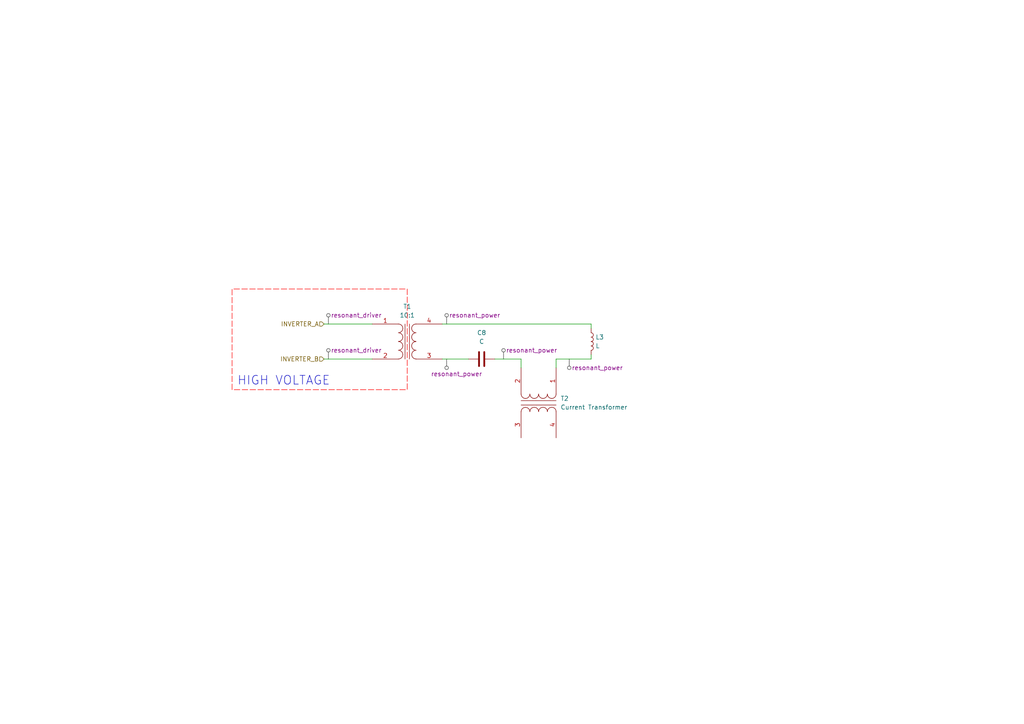
<source format=kicad_sch>
(kicad_sch (version 20250114) (generator "eeschema") (generator_version "9.0")
  (paper "A4")
  (title_block (title "Resonant Tank"))
  (lib_symbols
    (symbol "Device:C" (pin_numbers (hide yes)) (pin_names (offset 0.254))
      (property "Reference" "C" (at 0.635 2.54 0))
      (property "Value" "C" (at 0.635 -2.54 0))
      (symbol "C_0_1"
        (polyline (pts (xy -2.032 0.762) (xy 2.032 0.762)) (stroke (width 0.508)))
        (polyline (pts (xy -2.032 -0.762) (xy 2.032 -0.762)) (stroke (width 0.508)))
      )
      (symbol "C_1_1"
        (pin passive line (at 0 3.81 270) (length 2.794) (name "~") (number "1"))
        (pin passive line (at 0 -3.81 90) (length 2.794) (name "~") (number "2"))
      )
    )
    (symbol "Device:L" (pin_numbers (hide yes)) (pin_names (offset 1.016) (hide yes))
      (property "Reference" "L" (at -1.27 0 90))
      (property "Value" "L" (at 1.905 0 90))
      (symbol "L_0_1"
        (arc (start 0 2.54) (mid 0.6323 1.905) (end 0 1.27))
        (arc (start 0 1.27) (mid 0.6323 0.635) (end 0 0))
        (arc (start 0 0) (mid 0.6323 -0.635) (end 0 -1.27))
        (arc (start 0 -1.27) (mid 0.6323 -1.905) (end 0 -2.54))
      )
      (symbol "L_1_1"
        (pin passive line (at 0 3.81 270) (length 1.27) (name "1") (number "1"))
        (pin passive line (at 0 -3.81 90) (length 1.27) (name "2") (number "2"))
      )
    )
    (symbol "Device:Transformer_1P_1S" (pin_names (offset 1.016) (hide yes))
      (property "Reference" "T" (at 0 6.35 0))
      (property "Value" "Transformer_1P_1S" (at 0 -7.62 0))
      (symbol "Transformer_1P_1S_0_1"
        (arc (start -1.27 3.81) (mid -1.656 2.9336) (end -2.54 2.5654))
        (arc (start -1.27 1.27) (mid -1.656 0.3936) (end -2.54 0.0254))
        (arc (start -1.27 -1.27) (mid -1.656 -2.1464) (end -2.54 -2.5146))
        (arc (start -1.27 -3.81) (mid -1.656 -4.6864) (end -2.54 -5.0546))
        (arc (start -2.54 5.08) (mid -1.642 4.708) (end -1.27 3.81))
        (arc (start -2.54 2.54) (mid -1.642 2.168) (end -1.27 1.27))
        (arc (start -2.54 0) (mid -1.642 -0.372) (end -1.27 -1.27))
        (arc (start -2.54 -2.54) (mid -1.642 -2.912) (end -1.27 -3.81))
        (polyline (pts (xy -0.635 5.08) (xy -0.635 -5.08)))
        (polyline (pts (xy 0.635 -5.08) (xy 0.635 5.08)))
        (arc (start 1.2954 3.81) (mid 1.6457 4.7117) (end 2.54 5.08))
        (arc (start 1.2954 1.27) (mid 1.6457 2.1717) (end 2.54 2.54))
        (arc (start 1.2954 -1.27) (mid 1.6457 -0.3683) (end 2.54 0))
        (arc (start 2.54 2.5654) (mid 1.6599 2.9299) (end 1.2954 3.81))
        (arc (start 2.54 0.0254) (mid 1.6599 0.3899) (end 1.2954 1.27))
        (arc (start 2.54 -2.5146) (mid 1.6599 -2.1501) (end 1.2954 -1.27))
        (arc (start 1.3208 -3.81) (mid 1.6711 -2.9085) (end 2.5654 -2.54))
        (arc (start 2.5654 -5.0546) (mid 1.6851 -4.6902) (end 1.3208 -3.81))
      )
      (symbol "Transformer_1P_1S_1_1"
        (pin passive line (at -10.16 5.08 0) (length 7.62) (name "AA") (number "1"))
        (pin passive line (at -10.16 -5.08 0) (length 7.62) (name "AB") (number "2"))
        (pin passive line (at 10.16 5.08 180) (length 7.62) (name "SB") (number "4"))
        (pin passive line (at 10.16 -5.08 180) (length 7.62) (name "SA") (number "3"))
      )
    )
  )
  (text "HIGH VOLTAGE" (at 82.296 110.49 0) (effects (font (size 2.54 2.54))))
  (wire (pts (xy 151.13 104.14) (xy 151.13 106.68)))
  (wire (pts (xy 93.98 104.14) (xy 107.95 104.14)))
  (wire (pts (xy 171.45 104.14) (xy 171.45 102.87)))
  (wire (pts (xy 93.98 93.98) (xy 107.95 93.98)))
  (wire (pts (xy 161.29 104.14) (xy 171.45 104.14)))
  (wire (pts (xy 171.45 93.98) (xy 171.45 95.25)))
  (wire (pts (xy 161.29 104.14) (xy 161.29 106.68)))
  (wire (pts (xy 143.51 104.14) (xy 151.13 104.14)))
  (wire (pts (xy 128.27 93.98) (xy 171.45 93.98)))
  (wire (pts (xy 128.27 104.14) (xy 135.89 104.14)))
  (hierarchical_label "INVERTER_B" (shape input) (at 93.98 104.14 180))
  (hierarchical_label "INVERTER_A" (shape input) (at 93.98 93.98 180))
  (rule_area (polyline (pts (xy 118.11 83.82) (xy 118.11 113.03) (xy 67.31 113.03) (xy 67.31 83.82)) (stroke (width 0) (type dash))))
  (netclass_flag "" (length 2.54) (shape round) (at 95.25 93.98 0) (property "Netclass" "resonant_driver" (at 95.9485 91.44 0) (effects (justify left))))
  (netclass_flag "" (length 2.54) (shape round) (at 165.1 104.14 180) (property "Netclass" "resonant_power" (at 165.7985 106.68 0) (effects (justify left))))
  (netclass_flag "" (length 2.54) (shape round) (at 129.54 104.14 180) (property "Netclass" "resonant_power" (at 124.968 108.458 0) (effects (justify left))))
  (netclass_flag "" (length 2.54) (shape round) (at 129.54 93.98 0) (property "Netclass" "resonant_power" (at 130.2385 91.44 0) (effects (justify left))))
  (netclass_flag "" (length 2.54) (shape round) (at 95.25 104.14 0) (property "Netclass" "resonant_driver" (at 95.9485 101.6 0) (effects (justify left))))
  (netclass_flag "" (length 2.54) (shape round) (at 146.05 104.14 0) (property "Netclass" "resonant_power" (at 146.7485 101.6 0) (effects (justify left))))
  (symbol (lib_id "Device:L") (at 171.45 99.06 0) (unit 1)
    (property "Reference" "L3" (at 172.72 97.7899 0) (effects (justify left)))
    (property "Value" "L" (at 172.72 100.3299 0) (effects (justify left)))
    (property "Description" "Inductor" (effects (hide yes)))
  )
  (symbol (lib_id "Device:Transformer_1P_1S") (at 118.11 99.06 0) (unit 1)
    (property "Reference" "T1" (at 118.1227 88.9 0))
    (property "Value" "10:1" (at 118.1227 91.44 0))
    (property "Description" "Transformer, single primary, single secondary" (effects (hide yes)))
  )
  (symbol (lib_id "Device:Transformer_1P_1S") (at 156.21 116.84 270) (unit 1)
    (property "Reference" "T2" (at 162.56 115.5826 90) (effects (justify left)))
    (property "Value" "Current Transformer" (at 162.56 118.1226 90) (effects (justify left)))
    (property "Description" "Transformer, single primary, single secondary" (effects (hide yes)))
  )
  (symbol (lib_id "Device:C") (at 139.7 104.14 90) (unit 1)
    (property "Reference" "C8" (at 139.7 96.52 90))
    (property "Value" "C" (at 139.7 99.06 90))
    (property "Description" "Unpolarized capacitor" (effects (hide yes)))
  )
)
</source>
